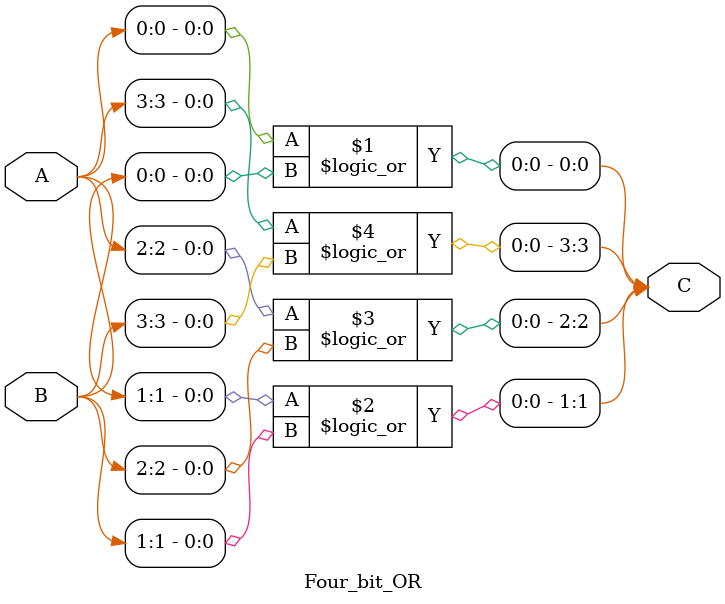
<source format=v>
module Four_bit_OR(A,B,C);

  input [3:0] A, B;
  output [3:0] C;
  
  assign C[0]=A[0] || B[0];
  assign C[1]=A[1] || B[1];
  assign C[2]=A[2] || B[2];
  assign C[3]=A[3] || B[3];
    
endmodule
</source>
